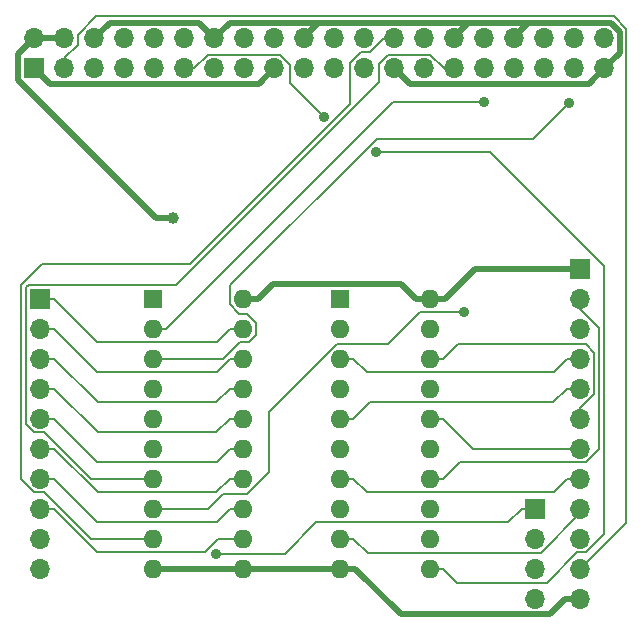
<source format=gtl>
G04 #@! TF.GenerationSoftware,KiCad,Pcbnew,(6.0.9)*
G04 #@! TF.CreationDate,2022-12-17T09:19:39+09:00*
G04 #@! TF.ProjectId,fc-dumper-base-hat-2,66632d64-756d-4706-9572-2d626173652d,rev?*
G04 #@! TF.SameCoordinates,PX5f5e100PY5f5e100*
G04 #@! TF.FileFunction,Copper,L1,Top*
G04 #@! TF.FilePolarity,Positive*
%FSLAX46Y46*%
G04 Gerber Fmt 4.6, Leading zero omitted, Abs format (unit mm)*
G04 Created by KiCad (PCBNEW (6.0.9)) date 2022-12-17 09:19:39*
%MOMM*%
%LPD*%
G01*
G04 APERTURE LIST*
G04 #@! TA.AperFunction,ComponentPad*
%ADD10R,1.600000X1.600000*%
G04 #@! TD*
G04 #@! TA.AperFunction,ComponentPad*
%ADD11O,1.600000X1.600000*%
G04 #@! TD*
G04 #@! TA.AperFunction,ComponentPad*
%ADD12R,1.700000X1.700000*%
G04 #@! TD*
G04 #@! TA.AperFunction,ComponentPad*
%ADD13O,1.700000X1.700000*%
G04 #@! TD*
G04 #@! TA.AperFunction,ViaPad*
%ADD14C,1.000000*%
G04 #@! TD*
G04 #@! TA.AperFunction,ViaPad*
%ADD15C,0.900000*%
G04 #@! TD*
G04 #@! TA.AperFunction,Conductor*
%ADD16C,0.500000*%
G04 #@! TD*
G04 #@! TA.AperFunction,Conductor*
%ADD17C,0.200000*%
G04 #@! TD*
G04 APERTURE END LIST*
D10*
X34300000Y31745000D03*
D11*
X34300000Y29205000D03*
X34300000Y26665000D03*
X34300000Y24125000D03*
X34300000Y21585000D03*
X34300000Y19045000D03*
X34300000Y16505000D03*
X34300000Y13965000D03*
X34300000Y11425000D03*
X34300000Y8885000D03*
X41920000Y8885000D03*
X41920000Y11425000D03*
X41920000Y13965000D03*
X41920000Y16505000D03*
X41920000Y19045000D03*
X41920000Y21585000D03*
X41920000Y24125000D03*
X41920000Y26665000D03*
X41920000Y29205000D03*
X41920000Y31745000D03*
D10*
X18425000Y31745000D03*
D11*
X18425000Y29205000D03*
X18425000Y26665000D03*
X18425000Y24125000D03*
X18425000Y21585000D03*
X18425000Y19045000D03*
X18425000Y16505000D03*
X18425000Y13965000D03*
X18425000Y11425000D03*
X18425000Y8885000D03*
X26045000Y8885000D03*
X26045000Y11425000D03*
X26045000Y13965000D03*
X26045000Y16505000D03*
X26045000Y19045000D03*
X26045000Y21585000D03*
X26045000Y24125000D03*
X26045000Y26665000D03*
X26045000Y29205000D03*
X26045000Y31745000D03*
D12*
X54610000Y34290000D03*
D13*
X54610000Y31750000D03*
X54610000Y29210000D03*
X54610000Y26670000D03*
X54610000Y24130000D03*
X54610000Y21590000D03*
X54610000Y19050000D03*
X54610000Y16510000D03*
X54610000Y13970000D03*
X54610000Y11430000D03*
X54610000Y8890000D03*
X54610000Y6350000D03*
D12*
X50800000Y13970000D03*
D13*
X50800000Y11430000D03*
X50800000Y8890000D03*
X50800000Y6350000D03*
D12*
X8890000Y31750000D03*
D13*
X8890000Y29210000D03*
X8890000Y26670000D03*
X8890000Y24130000D03*
X8890000Y21590000D03*
X8890000Y19050000D03*
X8890000Y16510000D03*
X8890000Y13970000D03*
X8890000Y11430000D03*
X8890000Y8890000D03*
D12*
X8370000Y51230000D03*
D13*
X8370000Y53770000D03*
X10910000Y51230000D03*
X10910000Y53770000D03*
X13450000Y51230000D03*
X13450000Y53770000D03*
X15990000Y51230000D03*
X15990000Y53770000D03*
X18530000Y51230000D03*
X18530000Y53770000D03*
X21070000Y51230000D03*
X21070000Y53770000D03*
X23610000Y51230000D03*
X23610000Y53770000D03*
X26150000Y51230000D03*
X26150000Y53770000D03*
X28690000Y51230000D03*
X28690000Y53770000D03*
X31230000Y51230000D03*
X31230000Y53770000D03*
X33770000Y51230000D03*
X33770000Y53770000D03*
X36310000Y51230000D03*
X36310000Y53770000D03*
X38850000Y51230000D03*
X38850000Y53770000D03*
X41390000Y51230000D03*
X41390000Y53770000D03*
X43930000Y51230000D03*
X43930000Y53770000D03*
X46470000Y51230000D03*
X46470000Y53770000D03*
X49010000Y51230000D03*
X49010000Y53770000D03*
X51550000Y51230000D03*
X51550000Y53770000D03*
X54090000Y51230000D03*
X54090000Y53770000D03*
X56630000Y51230000D03*
X56630000Y53770000D03*
D14*
X20154300Y38552800D03*
D15*
X32910800Y47129400D03*
X37308900Y44127600D03*
X44748600Y30644800D03*
X46450000Y48392200D03*
X53646300Y48309600D03*
X23732100Y10155000D03*
D16*
X49010000Y53915100D02*
X50165000Y55070100D01*
X54610000Y6350000D02*
X53309900Y6350000D01*
X24910100Y55070100D02*
X23610000Y53770000D01*
X22303500Y55076500D02*
X14756500Y55076500D01*
X57954100Y54315200D02*
X57954100Y52554100D01*
X52001600Y5041700D02*
X53309900Y6350000D01*
X57199200Y55070100D02*
X57954100Y54315200D01*
X49010000Y53770000D02*
X49010000Y53915100D01*
X56630000Y51230000D02*
X55318100Y49918100D01*
X18425000Y8885000D02*
X19675100Y8885000D01*
X23610000Y53770000D02*
X22303500Y55076500D01*
X49010000Y55070100D02*
X57199200Y55070100D01*
X19675100Y8885000D02*
X24794900Y8885000D01*
X43930000Y53770000D02*
X43930000Y53915100D01*
X57954100Y52554100D02*
X56630000Y51230000D01*
X26045000Y8885000D02*
X24794900Y8885000D01*
X34300000Y8885000D02*
X35550100Y8885000D01*
X31230000Y55070100D02*
X24910100Y55070100D01*
X31230000Y53770000D02*
X31230000Y53915100D01*
X40161900Y49918100D02*
X38850000Y51230000D01*
X55318100Y49918100D02*
X40161900Y49918100D01*
X35550100Y8885000D02*
X39393400Y5041700D01*
X31230000Y53915100D02*
X32385000Y55070100D01*
X49010000Y55070100D02*
X43930000Y55070100D01*
X14756500Y55076500D02*
X13450000Y53770000D01*
X43930000Y55070100D02*
X31230000Y55070100D01*
X26045000Y8885000D02*
X34300000Y8885000D01*
X43930000Y53915100D02*
X45085000Y55070100D01*
X39393400Y5041700D02*
X52001600Y5041700D01*
X27366600Y49906600D02*
X28690000Y51230000D01*
X8370000Y51230000D02*
X9693400Y49906600D01*
X9693400Y49906600D02*
X27366600Y49906600D01*
X54610000Y34290000D02*
X45715100Y34290000D01*
X39419700Y32995200D02*
X40669900Y31745000D01*
X7019000Y52419000D02*
X7019000Y50242000D01*
X28545300Y32995200D02*
X39419700Y32995200D01*
X27295100Y31745000D02*
X28545300Y32995200D01*
X41920000Y31745000D02*
X43170100Y31745000D01*
X18708200Y38552800D02*
X20154300Y38552800D01*
X26045000Y31745000D02*
X27295100Y31745000D01*
X8370000Y53770000D02*
X7019000Y52419000D01*
X41920000Y31745000D02*
X40669900Y31745000D01*
X10910000Y53770000D02*
X8370000Y53770000D01*
X45715100Y34290000D02*
X43170100Y31745000D01*
X7019000Y50242000D02*
X18708200Y38552800D01*
D17*
X23082800Y52380200D02*
X29168200Y52380200D01*
X21070000Y51230000D02*
X21932600Y51230000D01*
X30022300Y51526100D02*
X30022300Y50017900D01*
X29168200Y52380200D02*
X30022300Y51526100D01*
X30022300Y50017900D02*
X32910800Y47129400D01*
X21932600Y51230000D02*
X23082800Y52380200D01*
X41920000Y8885000D02*
X43020100Y8885000D01*
X56602300Y34487300D02*
X46962000Y44127600D01*
X51773200Y7699100D02*
X54353900Y10279800D01*
X43020100Y8885000D02*
X44206000Y7699100D01*
X46962000Y44127600D02*
X37308900Y44127600D01*
X44206000Y7699100D02*
X51773200Y7699100D01*
X55086600Y10279800D02*
X56602300Y11795500D01*
X56602300Y11795500D02*
X56602300Y34487300D01*
X54353900Y10279800D02*
X55086600Y10279800D01*
X35143500Y51719000D02*
X35143500Y48245800D01*
X13151000Y11425000D02*
X18425000Y11425000D01*
X7271200Y32874200D02*
X7271200Y16474200D01*
X37987500Y53770000D02*
X36837400Y52619900D01*
X21565600Y34667900D02*
X9064900Y34667900D01*
X9064900Y34667900D02*
X7271200Y32874200D01*
X9216200Y15359800D02*
X13151000Y11425000D01*
X36837400Y52619900D02*
X36044400Y52619900D01*
X36044400Y52619900D02*
X35143500Y51719000D01*
X38850000Y53770000D02*
X37987500Y53770000D01*
X7271200Y16474200D02*
X8385600Y15359800D01*
X35143500Y48245800D02*
X21565600Y34667900D01*
X8385600Y15359800D02*
X9216200Y15359800D01*
X38311800Y52380200D02*
X37580000Y51648400D01*
X8360600Y20439800D02*
X9216200Y20439800D01*
X41917200Y52380200D02*
X38311800Y52380200D01*
X7929900Y32914900D02*
X7713900Y32698900D01*
X7713900Y32698900D02*
X7713900Y21086500D01*
X37580000Y50108800D02*
X20386100Y32914900D01*
X43930000Y51230000D02*
X43067400Y51230000D01*
X37580000Y51648400D02*
X37580000Y50108800D01*
X7713900Y21086500D02*
X8360600Y20439800D01*
X9216200Y20439800D02*
X13151000Y16505000D01*
X20386100Y32914900D02*
X7929900Y32914900D01*
X43067400Y51230000D02*
X41917200Y52380200D01*
X13151000Y16505000D02*
X18425000Y16505000D01*
X18425000Y13965000D02*
X19525100Y13965000D01*
X28225500Y17080500D02*
X26380000Y15235000D01*
X26380000Y15235000D02*
X24385400Y15235000D01*
X28225500Y22163600D02*
X28225500Y17080500D01*
X24385400Y15235000D02*
X23115400Y13965000D01*
X38322600Y27935000D02*
X33996900Y27935000D01*
X44748600Y30644800D02*
X41032400Y30644800D01*
X33996900Y27935000D02*
X28225500Y22163600D01*
X41032400Y30644800D02*
X38322600Y27935000D01*
X23115400Y13965000D02*
X19525100Y13965000D01*
X46450000Y48392200D02*
X38712300Y48392200D01*
X18425000Y29205000D02*
X19525100Y29205000D01*
X38712300Y48392200D02*
X19525100Y29205000D01*
X18425000Y26665000D02*
X24379000Y26665000D01*
X25717600Y30475000D02*
X24944800Y31247800D01*
X26546200Y28076600D02*
X27157200Y28687600D01*
X24944800Y31247800D02*
X24944800Y32855300D01*
X37367400Y45277900D02*
X50614600Y45277900D01*
X27157200Y28687600D02*
X27157200Y29671000D01*
X24379000Y26665000D02*
X25790600Y28076600D01*
X25790600Y28076600D02*
X26546200Y28076600D01*
X27157200Y29671000D02*
X26353200Y30475000D01*
X26353200Y30475000D02*
X25717600Y30475000D01*
X24944800Y32855300D02*
X37367400Y45277900D01*
X50614600Y45277900D02*
X53646300Y48309600D01*
X13687000Y28103100D02*
X23843000Y28103100D01*
X8890000Y31750000D02*
X10040100Y31750000D01*
X10040100Y31750000D02*
X13687000Y28103100D01*
X23843000Y28103100D02*
X24944900Y29205000D01*
X26045000Y29205000D02*
X24944900Y29205000D01*
X13725700Y25524400D02*
X23804300Y25524400D01*
X8890000Y29210000D02*
X10040100Y29210000D01*
X26045000Y26665000D02*
X24944900Y26665000D01*
X23804300Y25524400D02*
X24944900Y26665000D01*
X10040100Y29210000D02*
X13725700Y25524400D01*
X26045000Y24125000D02*
X24944900Y24125000D01*
X8890000Y26670000D02*
X10040100Y26670000D01*
X10040100Y26670000D02*
X13754900Y22955200D01*
X13754900Y22955200D02*
X23775100Y22955200D01*
X23775100Y22955200D02*
X24944900Y24125000D01*
X26045000Y21585000D02*
X24944900Y21585000D01*
X10040100Y24130000D02*
X13754900Y20415200D01*
X23775100Y20415200D02*
X24944900Y21585000D01*
X13754900Y20415200D02*
X23775100Y20415200D01*
X8890000Y24130000D02*
X10040100Y24130000D01*
X23810400Y17910500D02*
X13719600Y17910500D01*
X26045000Y19045000D02*
X24944900Y19045000D01*
X24944900Y19045000D02*
X23810400Y17910500D01*
X8890000Y21590000D02*
X10040100Y21590000D01*
X13719600Y17910500D02*
X10040100Y21590000D01*
X23775100Y15335200D02*
X24944900Y16505000D01*
X26045000Y16505000D02*
X24944900Y16505000D01*
X8890000Y19050000D02*
X10040100Y19050000D01*
X13754900Y15335200D02*
X23775100Y15335200D01*
X10040100Y19050000D02*
X13754900Y15335200D01*
X26045000Y13965000D02*
X24944900Y13965000D01*
X8890000Y16510000D02*
X10040100Y16510000D01*
X24944900Y13965000D02*
X23823400Y12843500D01*
X23823400Y12843500D02*
X13706600Y12843500D01*
X13706600Y12843500D02*
X10040100Y16510000D01*
X23941400Y11425000D02*
X22805500Y10289100D01*
X22805500Y10289100D02*
X13721000Y10289100D01*
X8890000Y13970000D02*
X10040100Y13970000D01*
X13721000Y10289100D02*
X10040100Y13970000D01*
X24944900Y11425000D02*
X23941400Y11425000D01*
X26045000Y11425000D02*
X24944900Y11425000D01*
X54610000Y31750000D02*
X54610000Y30887400D01*
X55114600Y17899800D02*
X44414900Y17899800D01*
X43020100Y16505000D02*
X41920000Y16505000D01*
X44414900Y17899800D02*
X43020100Y16505000D01*
X54610000Y30887400D02*
X56202100Y29295300D01*
X56202100Y18987300D02*
X55114600Y17899800D01*
X56202100Y29295300D02*
X56202100Y18987300D01*
X53459900Y26670000D02*
X52343700Y25553800D01*
X52343700Y25553800D02*
X36511300Y25553800D01*
X54610000Y26670000D02*
X53459900Y26670000D01*
X36511300Y25553800D02*
X35400100Y26665000D01*
X34300000Y26665000D02*
X35400100Y26665000D01*
X34300000Y21585000D02*
X35400100Y21585000D01*
X54610000Y24130000D02*
X53459900Y24130000D01*
X52309800Y22979900D02*
X36795000Y22979900D01*
X36795000Y22979900D02*
X35400100Y21585000D01*
X53459900Y24130000D02*
X52309800Y22979900D01*
X41920000Y26665000D02*
X43020100Y26665000D01*
X55801900Y23693700D02*
X54610000Y22501800D01*
X54610000Y22501800D02*
X54610000Y21590000D01*
X44220900Y27865800D02*
X55104700Y27865800D01*
X55104700Y27865800D02*
X55801900Y27168600D01*
X43020100Y26665000D02*
X44220900Y27865800D01*
X55801900Y27168600D02*
X55801900Y23693700D01*
X41920000Y21585000D02*
X43020100Y21585000D01*
X54610000Y19050000D02*
X45555100Y19050000D01*
X45555100Y19050000D02*
X43020100Y21585000D01*
X57445900Y55637100D02*
X58504300Y54578700D01*
X10910000Y52092500D02*
X12060100Y53242600D01*
X12060100Y54055000D02*
X13642200Y55637100D01*
X10910000Y51230000D02*
X10910000Y52092500D01*
X13642200Y55637100D02*
X57445900Y55637100D01*
X58504300Y54578700D02*
X58504300Y12784300D01*
X58504300Y12784300D02*
X54610000Y8890000D01*
X12060100Y53242600D02*
X12060100Y54055000D01*
X50800000Y13970000D02*
X49649900Y13970000D01*
X29579600Y10155000D02*
X32244500Y12819900D01*
X48499800Y12819900D02*
X49649900Y13970000D01*
X23732100Y10155000D02*
X29579600Y10155000D01*
X32244500Y12819900D02*
X48499800Y12819900D01*
X34300000Y16505000D02*
X35400100Y16505000D01*
X54610000Y16510000D02*
X53459900Y16510000D01*
X53459900Y16510000D02*
X52343700Y15393800D01*
X52343700Y15393800D02*
X36511300Y15393800D01*
X36511300Y15393800D02*
X35400100Y16505000D01*
X54610000Y13563100D02*
X51281300Y10234400D01*
X51281300Y10234400D02*
X36590700Y10234400D01*
X36590700Y10234400D02*
X35400100Y11425000D01*
X54610000Y13970000D02*
X54610000Y13563100D01*
X35400100Y11425000D02*
X34300000Y11425000D01*
M02*

</source>
